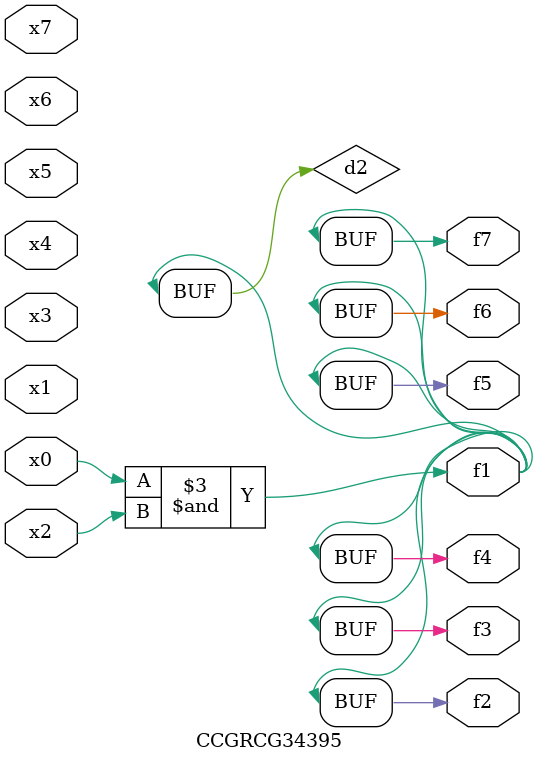
<source format=v>
module CCGRCG34395(
	input x0, x1, x2, x3, x4, x5, x6, x7,
	output f1, f2, f3, f4, f5, f6, f7
);

	wire d1, d2;

	nor (d1, x3, x6);
	and (d2, x0, x2);
	assign f1 = d2;
	assign f2 = d2;
	assign f3 = d2;
	assign f4 = d2;
	assign f5 = d2;
	assign f6 = d2;
	assign f7 = d2;
endmodule

</source>
